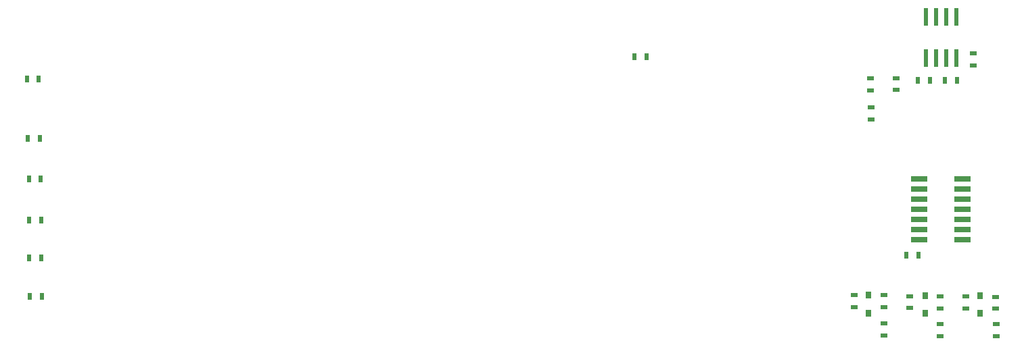
<source format=gtp>
%TF.GenerationSoftware,KiCad,Pcbnew,8.0.0-8.0.0-1~ubuntu23.10.1*%
%TF.CreationDate,2024-02-24T12:58:59+11:00*%
%TF.ProjectId,tbc_ui,7462635f-7569-42e6-9b69-6361645f7063,rev?*%
%TF.SameCoordinates,Original*%
%TF.FileFunction,Paste,Top*%
%TF.FilePolarity,Positive*%
%FSLAX46Y46*%
G04 Gerber Fmt 4.6, Leading zero omitted, Abs format (unit mm)*
G04 Created by KiCad (PCBNEW 8.0.0-8.0.0-1~ubuntu23.10.1) date 2024-02-24 12:58:59*
%MOMM*%
%LPD*%
G01*
G04 APERTURE LIST*
%ADD10R,0.600000X0.900000*%
%ADD11R,0.900000X0.600000*%
%ADD12R,0.700000X0.850000*%
%ADD13R,0.600000X2.200000*%
%ADD14R,2.000000X0.700000*%
G04 APERTURE END LIST*
D10*
%TO.C,C5*%
X206650000Y-100550000D03*
X205150000Y-100550000D03*
%TD*%
D11*
%TO.C,R4*%
X209350000Y-109250000D03*
X209350000Y-110750000D03*
%TD*%
D12*
%TO.C,D2*%
X214400000Y-105625000D03*
X214400000Y-107875000D03*
%TD*%
D11*
%TO.C,R10*%
X203920000Y-79865000D03*
X203920000Y-78365000D03*
%TD*%
%TO.C,R6*%
X209350000Y-105750000D03*
X209350000Y-107250000D03*
%TD*%
%TO.C,C2*%
X212600000Y-107275000D03*
X212600000Y-105775000D03*
%TD*%
D10*
%TO.C,R11*%
X95150000Y-85900000D03*
X96650000Y-85900000D03*
%TD*%
%TO.C,R9*%
X211485000Y-78615000D03*
X209985000Y-78615000D03*
%TD*%
%TO.C,C6*%
X171100000Y-75650000D03*
X172600000Y-75650000D03*
%TD*%
%TO.C,R16*%
X95050000Y-78500000D03*
X96550000Y-78500000D03*
%TD*%
%TO.C,R13*%
X95350000Y-96200000D03*
X96850000Y-96200000D03*
%TD*%
D11*
%TO.C,C4*%
X200750000Y-83550000D03*
X200750000Y-82050000D03*
%TD*%
%TO.C,R7*%
X200700000Y-79900000D03*
X200700000Y-78400000D03*
%TD*%
%TO.C,C3*%
X205600000Y-107200000D03*
X205600000Y-105700000D03*
%TD*%
D10*
%TO.C,R12*%
X95300000Y-91000000D03*
X96800000Y-91000000D03*
%TD*%
%TO.C,R15*%
X95450000Y-105700000D03*
X96950000Y-105700000D03*
%TD*%
%TO.C,R8*%
X208085000Y-78665000D03*
X206585000Y-78665000D03*
%TD*%
D13*
%TO.C,U2*%
X211440000Y-70665000D03*
X210170000Y-70665000D03*
X208900000Y-70665000D03*
X207630000Y-70665000D03*
X207630000Y-75865000D03*
X208900000Y-75865000D03*
X210170000Y-75865000D03*
X211440000Y-75865000D03*
%TD*%
D11*
%TO.C,R1*%
X202350000Y-105600000D03*
X202350000Y-107100000D03*
%TD*%
D12*
%TO.C,D3*%
X207500000Y-105625000D03*
X207500000Y-107875000D03*
%TD*%
%TO.C,D1*%
X200450000Y-105575000D03*
X200450000Y-107825000D03*
%TD*%
D11*
%TO.C,C1*%
X198650000Y-107100000D03*
X198650000Y-105600000D03*
%TD*%
%TO.C,R3*%
X216400000Y-109200000D03*
X216400000Y-110700000D03*
%TD*%
%TO.C,C7*%
X213500000Y-76750000D03*
X213500000Y-75250000D03*
%TD*%
D14*
%TO.C,U1*%
X212200000Y-98610000D03*
X212200000Y-97340000D03*
X212200000Y-96070000D03*
X212200000Y-94800000D03*
X212200000Y-93530000D03*
X212200000Y-92260000D03*
X212200000Y-90990000D03*
X206800000Y-90990000D03*
X206800000Y-92260000D03*
X206800000Y-93530000D03*
X206800000Y-94800000D03*
X206800000Y-96070000D03*
X206800000Y-97340000D03*
X206800000Y-98610000D03*
%TD*%
D11*
%TO.C,R5*%
X216350000Y-105800000D03*
X216350000Y-107300000D03*
%TD*%
%TO.C,R2*%
X202350000Y-110650000D03*
X202350000Y-109150000D03*
%TD*%
D10*
%TO.C,R14*%
X95350000Y-100900000D03*
X96850000Y-100900000D03*
%TD*%
M02*

</source>
